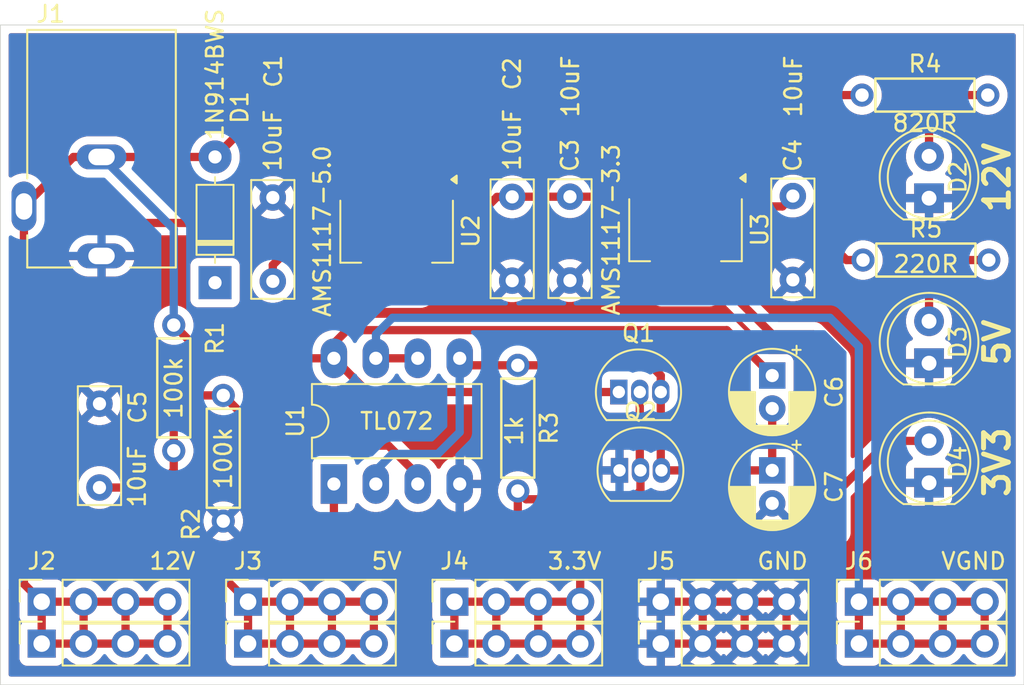
<source format=kicad_pcb>
(kicad_pcb (version 20241229) (generator "pcbnew") (generator_version "9.0")
  (layers (0 "F.Cu" signal) (2 "B.Cu" signal) (13 "F.Paste" user) (15 "B.Paste" user) (5 "F.SilkS" user "F.Silkscreen") (7 "B.SilkS" user "B.Silkscreen") (1 "F.Mask" user) (3 "B.Mask" user) (25 "Edge.Cuts" user))
  (net 0 "")
  (net 1 "12V")
  (net 2 "Net-(Q1-E)")
  (net 3 "GND")
  (net 4 "Net-(D1-K)")
  (net 5 "5V")
  (net 6 "3.3V")
  (net 7 "Net-(Q1-B)")
  (net 8 "VGND")
  (net 9 "Net-(U1A-+)")
  (net 10 "Net-(D2-A)")
  (net 11 "Net-(D3-A)")
  (footprint "PCM_4ms_Capacitor:C_Disc_P5.08mm" (layer "F.Cu") (at 26 45.5 -90)
    (property "Reference" "C5" (at -2.32 -2.31 90) (layer "F.SilkS") (effects (font (size 1.016 1.016) (thickness 0.1524))))
    (property "Value" "10uF" (at 1.87 -2.28 90) (layer "F.SilkS") (effects (font (size 1.016 1.016) (thickness 0.1524))))
    (pad "1" thru_hole circle (at -2.54 0 270) (size 1.6 1.6) (drill 0.8) (layers "*.Cu" "*.Mask") (net 3 "GND"))
    (pad "2" thru_hole circle (at 2.54 0 270) (size 1.6 1.6) (drill 0.8) (layers "*.Cu" "*.Mask") (net 9 "Net-(U1A-+)"))
  )
  (footprint "PCM_4ms_Resistor:R_Axial_DIN0207_L6.3mm_D2.5mm_P7.62mm_Horizontal" (layer "F.Cu") (at 30.5 42 -90)
    (property "Reference" "R1" (at -3 -2.5 90) (layer "F.SilkS") (effects (font (size 1.016 1.016) (thickness 0.1524))))
    (property "Value" "100k" (at 0 0 90) (layer "F.SilkS") (effects (font (size 1.016 1.016) (thickness 0.1524))))
    (pad "1" thru_hole circle (at -3.81 0 270) (size 1.397 1.397) (drill 0.8128) (layers "*.Cu" "*.Mask") (net 1 "12V"))
    (pad "2" thru_hole circle (at 3.81 0 270) (size 1.397 1.397) (drill 0.8128) (layers "*.Cu" "*.Mask") (net 9 "Net-(U1A-+)"))
  )
  (footprint "PCM_4ms_Capacitor:C_Disc_P5.08mm" (layer "F.Cu") (at 68 32.91 90)
    (property "Reference" "C4" (at 5 0 90) (layer "F.SilkS") (effects (font (size 1.016 1.016) (thickness 0.1524))))
    (property "Value" "10uF" (at 9.19 0.03 90) (layer "F.SilkS") (effects (font (size 1.016 1.016) (thickness 0.1524))))
    (pad "1" thru_hole circle (at -2.54 0 90) (size 1.6 1.6) (drill 0.8) (layers "*.Cu" "*.Mask") (net 3 "GND"))
    (pad "2" thru_hole circle (at 2.54 0 90) (size 1.6 1.6) (drill 0.8) (layers "*.Cu" "*.Mask") (net 6 "3.3V"))
  )
  (footprint "Connector_PinSocket_2.54mm:PinSocket_1x04_P2.54mm_Vertical" (layer "F.Cu") (at 60 54.96 90)
    (property "Reference" "J5" (at 2.46 0 180) (layer "F.SilkS"))
    (property "Value" "GND" (at 2.46 9 180) (layer "F.SilkS") (effects (justify right)))
    (pad "1" thru_hole rect (at 0 0 90) (size 1.7 1.7) (drill 1) (layers "*.Cu" "*.Mask") (net 3 "GND"))
    (pad "2" thru_hole circle (at 0 2.54 90) (size 1.7 1.7) (drill 1) (layers "*.Cu" "*.Mask") (net 3 "GND"))
    (pad "3" thru_hole circle (at 0 5.08 90) (size 1.7 1.7) (drill 1) (layers "*.Cu" "*.Mask") (net 3 "GND"))
    (pad "4" thru_hole circle (at 0 7.62 90) (size 1.7 1.7) (drill 1) (layers "*.Cu" "*.Mask") (net 3 "GND"))
  )
  (footprint "PJ-102A:CUI_PJ-102A" (layer "F.Cu") (at 26.125 31)
    (property "Reference" "J1" (at -3.082755 -11.664195 0) (layer "F.SilkS") (effects (font (size 1.002512 1.002512))))
    (property "Value" "PJ-102A")
    (pad "1" thru_hole oval (at 0 3) (size 3.016 1.508) (drill oval 1.6 1) (layers "*.Cu" "*.Mask") (net 3 "GND"))
    (pad "2" thru_hole oval (at 0 -3) (size 3.016 1.508) (drill oval 1.6 1) (layers "*.Cu" "*.Mask") (net 1 "12V"))
    (pad "3" thru_hole oval (at -4.7 0) (size 1.508 3.016) (drill oval 1 1.6) (layers "*.Cu" "*.Mask") (net 1 "12V"))
  )
  (footprint "Connector_PinSocket_2.54mm:PinSocket_1x04_P2.54mm_Vertical" (layer "F.Cu") (at 72 54.96 90)
    (property "Reference" "J6" (at 2.46 0 180) (layer "F.SilkS"))
    (property "Value" "VGND" (at 2.46 9 180) (layer "F.SilkS") (effects (justify right)))
    (pad "1" thru_hole rect (at 0 0 90) (size 1.7 1.7) (drill 1) (layers "*.Cu" "*.Mask") (net 8 "VGND"))
    (pad "2" thru_hole circle (at 0 2.54 90) (size 1.7 1.7) (drill 1) (layers "*.Cu" "*.Mask") (net 8 "VGND"))
    (pad "3" thru_hole circle (at 0 5.08 90) (size 1.7 1.7) (drill 1) (layers "*.Cu" "*.Mask") (net 8 "VGND"))
    (pad "4" thru_hole circle (at 0 7.62 90) (size 1.7 1.7) (drill 1) (layers "*.Cu" "*.Mask") (net 8 "VGND"))
  )
  (footprint "PCM_4ms_Capacitor:C_Disc_P5.08mm" (layer "F.Cu") (at 36.5 33 -90)
    (property "Reference" "C1" (at -10.19 -0.03 90) (layer "F.SilkS") (effects (font (size 1.016 1.016) (thickness 0.1524))))
    (property "Value" "10uF" (at -6 0 90) (layer "F.SilkS") (effects (font (size 1.016 1.016) (thickness 0.1524))))
    (pad "1" thru_hole circle (at -2.54 0 270) (size 1.6 1.6) (drill 0.8) (layers "*.Cu" "*.Mask") (net 3 "GND"))
    (pad "2" thru_hole circle (at 2.54 0 270) (size 1.6 1.6) (drill 0.8) (layers "*.Cu" "*.Mask") (net 4 "Net-(D1-K)"))
  )
  (footprint "Connector_PinSocket_2.54mm:PinSocket_1x04_P2.54mm_Vertical" (layer "F.Cu") (at 35 54.96 90)
    (property "Reference" "J3" (at 2.46 0 180) (layer "F.SilkS"))
    (property "Value" "5V" (at 2.46 9.4 180) (layer "F.SilkS") (effects (justify right)))
    (pad "1" thru_hole rect (at 0 0 90) (size 1.7 1.7) (drill 1) (layers "*.Cu" "*.Mask") (net 5 "5V"))
    (pad "2" thru_hole circle (at 0 2.54 90) (size 1.7 1.7) (drill 1) (layers "*.Cu" "*.Mask") (net 5 "5V"))
    (pad "3" thru_hole circle (at 0 5.08 90) (size 1.7 1.7) (drill 1) (layers "*.Cu" "*.Mask") (net 5 "5V"))
    (pad "4" thru_hole circle (at 0 7.62 90) (size 1.7 1.7) (drill 1) (layers "*.Cu" "*.Mask") (net 5 "5V"))
  )
  (footprint "LED_THT:LED_D5.0mm" (layer "F.Cu") (at 76.25 47.75 90)
    (property "Reference" "D4" (at 1.27 1.75 90) (layer "F.SilkS"))
    (property "Value" "LED")
    (pad "1" thru_hole rect (at 0 0 90) (size 1.8 1.8) (drill 0.9) (layers "*.Cu" "*.Mask") (net 3 "GND"))
    (pad "2" thru_hole circle (at 2.54 0 90) (size 1.8 1.8) (drill 0.9) (layers "*.Cu" "*.Mask") (net 6 "3.3V"))
  )
  (footprint "Package_TO_SOT_THT:TO-92L_Inline" (layer "F.Cu") (at 57.46 42.25)
    (property "Reference" "Q1" (at 1.19 -3.56 0) (layer "F.SilkS"))
    (property "Value" "BC547")
    (pad "1" thru_hole rect (at 0 0) (size 1.05 1.5) (drill 0.75) (layers "*.Cu" "*.Mask") (net 1 "12V"))
    (pad "2" thru_hole oval (at 1.27 0) (size 1.05 1.5) (drill 0.75) (layers "*.Cu" "*.Mask") (net 7 "Net-(Q1-B)"))
    (pad "3" thru_hole oval (at 2.54 0) (size 1.05 1.5) (drill 0.75) (layers "*.Cu" "*.Mask") (net 2 "Net-(Q1-E)"))
  )
  (footprint "PCM_4ms_Capacitor:C_Disc_P5.08mm" (layer "F.Cu") (at 51 32.96 90)
    (property "Reference" "C2" (at 10 0 90) (layer "F.SilkS") (effects (font (size 1.016 1.016) (thickness 0.1524))))
    (property "Value" "10uF" (at 6 0 90) (layer "F.SilkS") (effects (font (size 1.016 1.016) (thickness 0.1524))))
    (pad "1" thru_hole circle (at -2.54 0 90) (size 1.6 1.6) (drill 0.8) (layers "*.Cu" "*.Mask") (net 3 "GND"))
    (pad "2" thru_hole circle (at 2.54 0 90) (size 1.6 1.6) (drill 0.8) (layers "*.Cu" "*.Mask") (net 5 "5V"))
  )
  (footprint "Capacitor_THT:CP_Radial_D5.0mm_P2.00mm" (layer "F.Cu") (at 66.75 41.25 -90)
    (property "Reference" "C6" (at 1 -3.75 90) (layer "F.SilkS"))
    (property "Value" "100uF")
    (pad "1" thru_hole rect (at 0 0 270) (size 1.6 1.6) (drill 0.8) (layers "*.Cu" "*.Mask") (net 1 "12V"))
    (pad "2" thru_hole circle (at 2 0 270) (size 1.6 1.6) (drill 0.8) (layers "*.Cu" "*.Mask") (net 2 "Net-(Q1-E)"))
  )
  (footprint "Connector_PinSocket_2.54mm:PinSocket_1x04_P2.54mm_Vertical" (layer "F.Cu") (at 72 57.5 90)
    (property "Reference" "J6" (hide yes))
    (property "Value" "VGND" (hide yes))
    (pad "1" thru_hole rect (at 0 0 90) (size 1.7 1.7) (drill 1) (layers "*.Cu" "*.Mask") (net 8 "VGND"))
    (pad "2" thru_hole circle (at 0 2.54 90) (size 1.7 1.7) (drill 1) (layers "*.Cu" "*.Mask") (net 8 "VGND"))
    (pad "3" thru_hole circle (at 0 5.08 90) (size 1.7 1.7) (drill 1) (layers "*.Cu" "*.Mask") (net 8 "VGND"))
    (pad "4" thru_hole circle (at 0 7.62 90) (size 1.7 1.7) (drill 1) (layers "*.Cu" "*.Mask") (net 8 "VGND"))
  )
  (footprint "LED_THT:LED_D5.0mm" (layer "F.Cu") (at 76.25 30.5 90)
    (property "Reference" "D2" (at 1.275 1.75 90) (layer "F.SilkS"))
    (property "Value" "LED")
    (pad "1" thru_hole rect (at 0 0 90) (size 1.8 1.8) (drill 0.9) (layers "*.Cu" "*.Mask") (net 3 "GND"))
    (pad "2" thru_hole circle (at 2.54 0 90) (size 1.8 1.8) (drill 0.9) (layers "*.Cu" "*.Mask") (net 10 "Net-(D2-A)"))
  )
  (footprint "Connector_PinSocket_2.54mm:PinSocket_1x04_P2.54mm_Vertical" (layer "F.Cu") (at 35 57.5 90)
    (property "Reference" "J3" (hide yes))
    (property "Value" "5V" (hide yes))
    (pad "1" thru_hole rect (at 0 0 90) (size 1.7 1.7) (drill 1) (layers "*.Cu" "*.Mask") (net 5 "5V"))
    (pad "2" thru_hole circle (at 0 2.54 90) (size 1.7 1.7) (drill 1) (layers "*.Cu" "*.Mask") (net 5 "5V"))
    (pad "3" thru_hole circle (at 0 5.08 90) (size 1.7 1.7) (drill 1) (layers "*.Cu" "*.Mask") (net 5 "5V"))
    (pad "4" thru_hole circle (at 0 7.62 90) (size 1.7 1.7) (drill 1) (layers "*.Cu" "*.Mask") (net 5 "5V"))
  )
  (footprint "Package_TO_SOT_SMD:SOT-223-3_TabPin2" (layer "F.Cu") (at 44 32.5 -90)
    (property "Reference" "U2" (at 0 -4.5 90) (layer "F.SilkS"))
    (property "Value" "AMS1117-5.0" (at 0 4.5 90) (layer "F.SilkS"))
    (pad "1" smd roundrect (at -3.15 -2.3 270) (size 2 1.5) (layers "F.Cu" "F.Mask" "F.Paste") (net 3 "GND"))
    (pad "2" smd roundrect (at -3.15 0 270) (size 2 1.5) (layers "F.Cu" "F.Mask" "F.Paste") (net 5 "5V"))
    (pad "2" smd roundrect (at 3.15 0 270) (size 2 3.8) (layers "F.Cu" "F.Mask" "F.Paste") (net 5 "5V"))
    (pad "3" smd roundrect (at -3.15 2.3 270) (size 2 1.5) (layers "F.Cu" "F.Mask" "F.Paste") (net 4 "Net-(D1-K)"))
  )
  (footprint "Connector_PinSocket_2.54mm:PinSocket_1x04_P2.54mm_Vertical" (layer "F.Cu") (at 47.5 57.5 90)
    (property "Reference" "J4" (hide yes))
    (property "Value" "3.3V" (hide yes))
    (pad "1" thru_hole rect (at 0 0 90) (size 1.7 1.7) (drill 1) (layers "*.Cu" "*.Mask") (net 6 "3.3V"))
    (pad "2" thru_hole circle (at 0 2.54 90) (size 1.7 1.7) (drill 1) (layers "*.Cu" "*.Mask") (net 6 "3.3V"))
    (pad "3" thru_hole circle (at 0 5.08 90) (size 1.7 1.7) (drill 1) (layers "*.Cu" "*.Mask") (net 6 "3.3V"))
    (pad "4" thru_hole circle (at 0 7.62 90) (size 1.7 1.7) (drill 1) (layers "*.Cu" "*.Mask") (net 6 "3.3V"))
  )
  (footprint "PCM_4ms_Capacitor:C_Disc_P5.08mm" (layer "F.Cu") (at 54.5 32.95 90)
    (property "Reference" "C3" (at 5.04 0 90) (layer "F.SilkS") (effects (font (size 1.016 1.016) (thickness 0.1524))))
    (property "Value" "10uF" (at 9.23 0.03 90) (layer "F.SilkS") (effects (font (size 1.016 1.016) (thickness 0.1524))))
    (pad "1" thru_hole circle (at -2.54 0 90) (size 1.6 1.6) (drill 0.8) (layers "*.Cu" "*.Mask") (net 3 "GND"))
    (pad "2" thru_hole circle (at 2.54 0 90) (size 1.6 1.6) (drill 0.8) (layers "*.Cu" "*.Mask") (net 5 "5V"))
  )
  (footprint "DIYSynthMNL:D_4148_BigPads" (layer "F.Cu") (at 33 35.62 90)
    (property "Reference" "D1" (at 10.62 1.5 90) (layer "F.SilkS"))
    (property "Value" "1N914BWS" (at 12.62 0 90) (layer "F.SilkS"))
    (pad "1" thru_hole rect (at 0 0 90) (size 2 2) (drill 0.8) (layers "*.Cu" "*.Mask") (net 4 "Net-(D1-K)"))
    (pad "2" thru_hole oval (at 7.62 0 90) (size 2 2) (drill 0.8) (layers "*.Cu" "*.Mask") (net 1 "12V"))
  )
  (footprint "PCM_4ms_Resistor:R_Axial_DIN0207_L6.3mm_D2.5mm_P7.62mm_Horizontal" (layer "F.Cu") (at 33.5 46.265 -90)
    (property "Reference" "R2" (at 4 1.95 90) (layer "F.SilkS") (effects (font (size 1.016 1.016) (thickness 0.1524))))
    (property "Value" "100k" (at 0 0 90) (layer "F.SilkS") (effects (font (size 1.016 1.016) (thickness 0.1524))))
    (pad "1" thru_hole circle (at -3.81 0 270) (size 1.397 1.397) (drill 0.8128) (layers "*.Cu" "*.Mask") (net 9 "Net-(U1A-+)"))
    (pad "2" thru_hole circle (at 3.81 0 270) (size 1.397 1.397) (drill 0.8128) (layers "*.Cu" "*.Mask") (net 3 "GND"))
  )
  (footprint "LED_THT:LED_D5.0mm" (layer "F.Cu") (at 76.25 40.5 90)
    (property "Reference" "D3" (at 1.275 1.75 90) (layer "F.SilkS"))
    (property "Value" "LED")
    (pad "1" thru_hole rect (at 0 0 90) (size 1.8 1.8) (drill 0.9) (layers "*.Cu" "*.Mask") (net 3 "GND"))
    (pad "2" thru_hole circle (at 2.54 0 90) (size 1.8 1.8) (drill 0.9) (layers "*.Cu" "*.Mask") (net 11 "Net-(D3-A)"))
  )
  (footprint "PCM_4ms_Resistor:R_Axial_DIN0207_L6.3mm_D2.5mm_P7.62mm_Horizontal" (layer "F.Cu") (at 51.34 44.44 90)
    (property "Reference" "R3" (at 0 1.89 90) (layer "F.SilkS") (effects (font (size 1.016 1.016) (thickness 0.1524))))
    (property "Value" "1k" (at -0.15 -0.21 90) (layer "F.SilkS") (effects (font (size 1.016 1.016) (thickness 0.1524))))
    (pad "1" thru_hole circle (at -3.81 0 90) (size 1.397 1.397) (drill 0.8128) (layers "*.Cu" "*.Mask") (net 7 "Net-(Q1-B)"))
    (pad "2" thru_hole circle (at 3.81 0 90) (size 1.397 1.397) (drill 0.8128) (layers "*.Cu" "*.Mask") (net 2 "Net-(Q1-E)"))
  )
  (footprint "Connector_PinSocket_2.54mm:PinSocket_1x04_P2.54mm_Vertical" (layer "F.Cu") (at 60 57.5 90)
    (property "Reference" "J5" (hide yes))
    (property "Value" "GND" (hide yes))
    (pad "1" thru_hole rect (at 0 0 90) (size 1.7 1.7) (drill 1) (layers "*.Cu" "*.Mask") (net 3 "GND"))
    (pad "2" thru_hole circle (at 0 2.54 90) (size 1.7 1.7) (drill 1) (layers "*.Cu" "*.Mask") (net 3 "GND"))
    (pad "3" thru_hole circle (at 0 5.08 90) (size 1.7 1.7) (drill 1) (layers "*.Cu" "*.Mask") (net 3 "GND"))
    (pad "4" thru_hole circle (at 0 7.62 90) (size 1.7 1.7) (drill 1) (layers "*.Cu" "*.Mask") (net 3 "GND"))
  )
  (footprint "Connector_PinSocket_2.54mm:PinSocket_1x04_P2.54mm_Vertical" (layer "F.Cu") (at 22.5 54.96 90)
    (property "Reference" "J2" (at 2.46 0 180) (layer "F.SilkS"))
    (property "Value" "12V" (at 2.46 9.4 180) (layer "F.SilkS") (effects (justify right)))
    (pad "1" thru_hole rect (at 0 0 90) (size 1.7 1.7) (drill 1) (layers "*.Cu" "*.Mask") (net 1 "12V"))
    (pad "2" thru_hole circle (at 0 2.54 90) (size 1.7 1.7) (drill 1) (layers "*.Cu" "*.Mask") (net 1 "12V"))
    (pad "3" thru_hole circle (at 0 5.08 90) (size 1.7 1.7) (drill 1) (layers "*.Cu" "*.Mask") (net 1 "12V"))
    (pad "4" thru_hole circle (at 0 7.62 90) (size 1.7 1.7) (drill 1) (layers "*.Cu" "*.Mask") (net 1 "12V"))
  )
  (footprint "PCM_4ms_Resistor:R_Axial_DIN0207_L6.3mm_D2.5mm_P7.62mm_Horizontal" (layer "F.Cu") (at 76 24.25 180)
    (property "Reference" "R4" (at 0 1.89 0) (layer "F.SilkS") (effects (font (size 1.016 1.016) (thickness 0.1524))))
    (property "Value" "820R" (at 0 -1.71 0) (layer "F.SilkS") (effects (font (size 1.016 1.016) (thickness 0.1524))))
    (pad "1" thru_hole circle (at -3.81 0 180) (size 1.397 1.397) (drill 0.8128) (layers "*.Cu" "*.Mask") (net 10 "Net-(D2-A)"))
    (pad "2" thru_hole circle (at 3.81 0 180) (size 1.397 1.397) (drill 0.8128) (layers "*.Cu" "*.Mask") (net 1 "12V"))
  )
  (footprint "PCM_4ms_Resistor:R_Axial_DIN0207_L6.3mm_D2.5mm_P7.62mm_Horizontal" (layer "F.Cu") (at 76.06 34.25 180)
    (property "Reference" "R5" (at 0 1.89 0) (layer "F.SilkS") (effects (font (size 1.016 1.016) (thickness 0.1524))))
    (property "Value" "220R" (at 0 -0.25 0) (layer "F.SilkS") (effects (font (size 1.016 1.016) (thickness 0.1524))))
    (pad "1" thru_hole circle (at -3.81 0 180) (size 1.397 1.397) (drill 0.8128) (layers "*.Cu" "*.Mask") (net 11 "Net-(D3-A)"))
    (pad "2" thru_hole circle (at 3.81 0 180) (size 1.397 1.397) (drill 0.8128) (layers "*.Cu" "*.Mask") (net 5 "5V"))
  )
  (footprint "Package_TO_SOT_THT:TO-92_Inline" (layer "F.Cu") (at 57.5 47)
    (property "Reference" "Q2" (at 1.27 -3.56 0) (layer "F.SilkS"))
    (property "Value" "BC557")
    (pad "1" thru_hole rect (at 0 0) (size 1.05 1.5) (drill 0.75) (layers "*.Cu" "*.Mask") (net 3 "GND"))
    (pad "2" thru_hole oval (at 1.27 0) (size 1.05 1.5) (drill 0.75) (layers "*.Cu" "*.Mask") (net 7 "Net-(Q1-B)"))
    (pad "3" thru_hole oval (at 2.54 0) (size 1.05 1.5) (drill 0.75) (layers "*.Cu" "*.Mask") (net 2 "Net-(Q1-E)"))
  )
  (footprint "DIYSynthMNL:DIP-8_W7.62mm_LongPads" (layer "F.Cu") (at 40.2 47.825 90)
    (property "Reference" "U1" (at 3.81 -2.33 90) (layer "F.SilkS"))
    (property "Value" "TL072" (at 3.81 3.81 0) (layer "F.SilkS"))
    (pad "1" thru_hole rect (at 0 0 90) (size 2.4 1.6) (drill 0.8) (layers "*.Cu" "*.Mask") (net 7 "Net-(Q1-B)"))
    (pad "2" thru_hole oval (at 0 2.54 90) (size 2.4 1.6) (drill 0.8) (layers "*.Cu" "*.Mask") (net 2 "Net-(Q1-E)"))
    (pad "3" thru_hole oval (at 0 5.08 90) (size 2.4 1.6) (drill 0.8) (layers "*.Cu" "*.Mask") (net 9 "Net-(U1A-+)"))
    (pad "4" thru_hole oval (at 0 7.62 90) (size 2.4 1.6) (drill 0.8) (layers "*.Cu" "*.Mask") (net 3 "GND"))
    (pad "5" thru_hole oval (at 7.62 7.62 90) (size 2.4 1.6) (drill 0.8) (layers "*.Cu" "*.Mask") (net 2 "Net-(Q1-E)"))
    (pad "6" thru_hole oval (at 7.62 5.08 90) (size 2.4 1.6) (drill 0.8) (layers "*.Cu" "*.Mask") (net 8 "VGND"))
    (pad "7" thru_hole oval (at 7.62 2.54 90) (size 2.4 1.6) (drill 0.8) (layers "*.Cu" "*.Mask") (net 8 "VGND"))
    (pad "8" thru_hole oval (at 7.62 0 90) (size 2.4 1.6) (drill 0.8) (layers "*.Cu" "*.Mask") (net 1 "12V"))
  )
  (footprint "Connector_PinSocket_2.54mm:PinSocket_1x04_P2.54mm_Vertical" (layer "F.Cu") (at 47.5 54.96 90)
    (property "Reference" "J4" (at 2.46 0 180) (layer "F.SilkS"))
    (property "Value" "3.3V" (at 2.46 9 180) (layer "F.SilkS") (effects (justify right)))
    (pad "1" thru_hole rect (at 0 0 90) (size 1.7 1.7) (drill 1) (layers "*.Cu" "*.Mask") (net 6 "3.3V"))
    (pad "2" thru_hole circle (at 0 2.54 90) (size 1.7 1.7) (drill 1) (layers "*.Cu" "*.Mask") (net 6 "3.3V"))
    (pad "3" thru_hole circle (at 0 5.08 90) (size 1.7 1.7) (drill 1) (layers "*.Cu" "*.Mask") (net 6 "3.3V"))
    (pad "4" thru_hole circle (at 0 7.62 90) (size 1.7 1.7) (drill 1) (layers "*.Cu" "*.Mask") (net 6 "3.3V"))
  )
  (footprint "Package_TO_SOT_SMD:SOT-223-3_TabPin2" (layer "F.Cu") (at 61.5 32.41 -90)
    (property "Reference" "U3" (at 0 -4.5 90) (layer "F.SilkS"))
    (property "Value" "AMS1117-3.3" (at 0 4.5 90) (layer "F.SilkS"))
    (pad "1" smd roundrect (at -3.15 -2.3 270) (size 2 1.5) (layers "F.Cu" "F.Mask" "F.Paste") (net 3 "GND"))
    (pad "2" smd roundrect (at -3.15 0 270) (size 2 1.5) (layers "F.Cu" "F.Mask" "F.Paste") (net 6 "3.3V"))
    (pad "2" smd roundrect (at 3.15 0 270) (size 2 3.8) (layers "F.Cu" "F.Mask" "F.Paste") (net 6 "3.3V"))
    (pad "3" smd roundrect (at -3.15 2.3 270) (size 2 1.5) (layers "F.Cu" "F.Mask" "F.Paste") (net 5 "5V"))
  )
  (footprint "Capacitor_THT:CP_Radial_D5.0mm_P2.00mm" (layer "F.Cu") (at 66.75 47 -90)
    (property "Reference" "C7" (at 1 -3.75 90) (layer "F.SilkS"))
    (property "Value" "100uF")
    (pad "1" thru_hole rect (at 0 0 270) (size 1.6 1.6) (drill 0.8) (layers "*.Cu" "*.Mask") (net 2 "Net-(Q1-E)"))
    (pad "2" thru_hole circle (at 2 0 270) (size 1.6 1.6) (drill 0.8) (layers "*.Cu" "*.Mask") (net 3 "GND"))
  )
  (footprint "Connector_PinSocket_2.54mm:PinSocket_1x04_P2.54mm_Vertical" (layer "F.Cu") (at 22.5 57.5 90)
    (property "Reference" "J2" (hide yes))
    (property "Value" "12V" (hide yes))
    (pad "1" thru_hole rect (at 0 0 90) (size 1.7 1.7) (drill 1) (layers "*.Cu" "*.Mask") (net 1 "12V"))
    (pad "2" thru_hole circle (at 0 2.54 90) (size 1.7 1.7) (drill 1) (layers "*.Cu" "*.Mask") (net 1 "12V"))
    (pad "3" thru_hole circle (at 0 5.08 90) (size 1.7 1.7) (drill 1) (layers "*.Cu" "*.Mask") (net 1 "12V"))
    (pad "4" thru_hole circle (at 0 7.62 90) (size 1.7 1.7) (drill 1) (layers "*.Cu" "*.Mask") (net 1 "12V"))
  )
  (gr_rect (start 20 20) (end 82 60) (stroke (width 0.05)) (fill no) (layer "Edge.Cuts"))
  (gr_text "3V3" (at 81.25 46.5 90) (layer "F.SilkS") (effects (font (size 1.5 1.5) (thickness 0.3) (bold yes)) (justify bottom)))
  (gr_text "5V" (at 81.25 39.25 90) (layer "F.SilkS") (effects (font (size 1.5 1.5) (thickness 0.3) (bold yes)) (justify bottom)))
  (gr_text "12V" (at 81.25 29.25 90) (layer "F.SilkS") (effects (font (size 1.5 1.5) (thickness 0.3) (bold yes)) (justify bottom)))
  (segment (start 21.425 31) (end 21.425 53.885) (width 0.5) (layer "F.Cu") (net 1))
  (segment (start 24.425 28) (end 26.125 28) (width 0.5) (layer "F.Cu") (net 1))
  (segment (start 26.125 28) (end 33 28) (width 0.5) (layer "F.Cu") (net 1))
  (segment (start 32.515 40.205) (end 40.2 40.205) (width 0.5) (layer "F.Cu") (net 1))
  (segment (start 22.5 54.96) (end 30.12 54.96) (width 0.5) (layer "F.Cu") (net 1))
  (segment (start 72.19 24.25) (end 36.75 24.25) (width 0.5) (layer "F.Cu") (net 1))
  (segment (start 25.04 57.5) (end 25.04 54.96) (width 0.5) (layer "F.Cu") (net 1))
  (segment (start 21.425 31) (end 24.425 28) (width 0.5) (layer "F.Cu") (net 1))
  (segment (start 30.12 57.5) (end 30.12 54.96) (width 0.5) (layer "F.Cu") (net 1))
  (segment (start 57.46 42.25) (end 42.245 42.25) (width 0.5) (layer "F.Cu") (net 1))
  (segment (start 21.425 53.885) (end 22.5 54.96) (width 0.5) (layer "F.Cu") (net 1))
  (segment (start 30.5 38.19) (end 32.515 40.205) (width 0.5) (layer "F.Cu") (net 1))
  (segment (start 22.5 57.5) (end 22.5 54.96) (width 0.5) (layer "F.Cu") (net 1))
  (segment (start 27.58 57.5) (end 27.58 54.96) (width 0.5) (layer "F.Cu") (net 1))
  (segment (start 36.75 24.25) (end 33 28) (width 0.5) (layer "F.Cu") (net 1))
  (segment (start 64 38.5) (end 41 38.5) (width 0.5) (layer "F.Cu") (net 1))
  (segment (start 22.5 57.5) (end 30.12 57.5) (width 0.5) (layer "F.Cu") (net 1))
  (segment (start 41 38.5) (end 40.2 39.3) (width 0.5) (layer "F.Cu") (net 1))
  (segment (start 42.245 42.25) (end 40.2 40.205) (width 0.5) (layer "F.Cu") (net 1))
  (segment (start 40.2 39.3) (end 40.2 40.205) (width 0.5) (layer "F.Cu") (net 1))
  (segment (start 66.75 41.25) (end 64 38.5) (width 0.5) (layer "F.Cu") (net 1))
  (segment (start 30.5 38.19) (end 30.5 32.375) (width 0.5) (layer "B.Cu") (net 1))
  (segment (start 30.5 32.375) (end 26.125 28) (width 0.5) (layer "B.Cu") (net 1))
  (segment (start 48.245 40.63) (end 47.82 40.205) (width 0.5) (layer "F.Cu") (net 2))
  (segment (start 59.38 40.63) (end 51.34 40.63) (width 0.5) (layer "F.Cu") (net 2))
  (segment (start 66.75 43.25) (end 66.75 47) (width 0.5) (layer "F.Cu") (net 2))
  (segment (start 60 42.25) (end 60 46.96) (width 0.5) (layer "F.Cu") (net 2))
  (segment (start 60 42.25) (end 60 41.25) (width 0.5) (layer "F.Cu") (net 2))
  (segment (start 66.75 47) (end 60.04 47) (width 0.5) (layer "F.Cu") (net 2))
  (segment (start 51.34 40.63) (end 48.245 40.63) (width 0.5) (layer "F.Cu") (net 2))
  (segment (start 60 46.96) (end 60.04 47) (width 0.5) (layer "F.Cu") (net 2))
  (segment (start 60 41.25) (end 59.38 40.63) (width 0.5) (layer "F.Cu") (net 2))
  (segment (start 43.75 46) (end 46.5 46) (width 0.5) (layer "B.Cu") (net 2))
  (segment (start 42.74 47.825) (end 42.74 47.01) (width 0.5) (layer "B.Cu") (net 2))
  (segment (start 47.82 44.68) (end 47.82 40.205) (width 0.5) (layer "B.Cu") (net 2))
  (segment (start 42.74 47.01) (end 43.75 46) (width 0.5) (layer "B.Cu") (net 2))
  (segment (start 46.5 46) (end 47.82 44.68) (width 0.5) (layer "B.Cu") (net 2))
  (segment (start 60 54.96) (end 67.62 54.96) (width 0.5) (layer "F.Cu") (net 3))
  (segment (start 67.62 57.5) (end 60 57.5) (width 0.5) (layer "F.Cu") (net 3))
  (segment (start 60 57.5) (end 60 54.96) (width 0.5) (layer "F.Cu") (net 3))
  (segment (start 62.54 54.96) (end 62.54 57.5) (width 0.5) (layer "F.Cu") (net 3))
  (segment (start 65.08 54.96) (end 65.08 57.5) (width 0.5) (layer "F.Cu") (net 3))
  (segment (start 67.62 54.96) (end 67.62 57.5) (width 0.5) (layer "F.Cu") (net 3))
  (segment (start 36.5 34.55) (end 41.7 29.35) (width 0.5) (layer "F.Cu") (net 4))
  (segment (start 36.5 35.54) (end 36.5 34.55) (width 0.5) (layer "F.Cu") (net 4))
  (segment (start 37.54 54.96) (end 37.54 57.5) (width 0.5) (layer "F.Cu") (net 5))
  (segment (start 69.75 32.75) (end 46.9 32.75) (width 0.5) (layer "F.Cu") (net 5))
  (segment (start 43.5 27.5) (end 36.5 27.5) (width 0.5) (layer "F.Cu") (net 5))
  (segment (start 42.62 57.5) (end 35 57.5) (width 0.5) (layer "F.Cu") (net 5))
  (segment (start 44 31) (end 44 29.35) (width 0.5) (layer "F.Cu") (net 5))
  (segment (start 54.5 30.41) (end 58.05 30.41) (width 0.5) (layer "F.Cu") (net 5))
  (segment (start 54.5 30.41) (end 51.01 30.41) (width 0.5) (layer "F.Cu") (net 5))
  (segment (start 24.5 32) (end 22.5 34) (width 0.5) (layer "F.Cu") (net 5))
  (segment (start 44 28) (end 43.5 27.5) (width 0.5) (layer "F.Cu") (net 5))
  (segment (start 35 57.5) (end 35 54.96) (width 0.5) (layer "F.Cu") (net 5))
  (segment (start 32.04 52) (end 35 54.96) (width 0.5) (layer "F.Cu") (net 5))
  (segment (start 50.08 30.42) (end 49 31.5) (width 0.5) (layer "F.Cu") (net 5))
  (segment (start 49 31.5) (end 44.5 31.5) (width 0.5) (layer "F.Cu") (net 5))
  (segment (start 44.5 31.5) (end 44 31) (width 0.5) (layer "F.Cu") (net 5))
  (segment (start 32 32) (end 24.5 32) (width 0.5) (layer "F.Cu") (net 5))
  (segment (start 24.5 52) (end 32.04 52) (width 0.5) (layer "F.Cu") (net 5))
  (segment (start 42.62 54.96) (end 42.62 57.5) (width 0.5) (layer "F.Cu") (net 5))
  (segment (start 40.08 54.96) (end 40.08 57.5) (width 0.5) (layer "F.Cu") (net 5))
  (segment (start 51.01 30.41) (end 51 30.42) (width 0.5) (layer "F.Cu") (net 5))
  (segment (start 58.05 30.41) (end 59.2 29.26) (width 0.5) (layer "F.Cu") (net 5))
  (segment (start 22.5 34) (end 22.5 50) (width 0.5) (layer "F.Cu") (net 5))
  (segment (start 22.5 50) (end 24.5 52) (width 0.5) (layer "F.Cu") (net 5))
  (segment (start 35 54.96) (end 42.62 54.96) (width 0.5) (layer "F.Cu") (net 5))
  (segment (start 44 29.35) (end 44 28) (width 0.5) (layer "F.Cu") (net 5))
  (segment (start 51 30.42) (end 50.08 30.42) (width 0.5) (layer "F.Cu") (net 5))
  (segment (start 46.9 32.75) (end 44 35.65) (width 0.5) (layer "F.Cu") (net 5))
  (segment (start 36.5 27.5) (end 32 32) (width 0.5) (layer "F.Cu") (net 5))
  (segment (start 71.25 34.25) (end 69.75 32.75) (width 0.5) (layer "F.Cu") (net 5))
  (segment (start 72.25 34.25) (end 71.25 34.25) (width 0.5) (layer "F.Cu") (net 5))
  (segment (start 47.5 57.5) (end 47.5 54.96) (width 0.5) (layer "F.Cu") (net 6))
  (segment (start 70.75 40.25) (end 69.25 38.75) (width 0.5) (layer "F.Cu") (net 6))
  (segment (start 55.12 57.5) (end 47.5 57.5) (width 0.5) (layer "F.Cu") (net 6))
  (segment (start 63.56 35.56) (end 61.5 35.56) (width 0.5) (layer "F.Cu") (net 6))
  (segment (start 55.12 54.96) (end 55.12 53.13) (width 0.5) (layer "F.Cu") (net 6))
  (segment (start 61.5 29.26) (end 61.5 30.5) (width 0.5) (layer "F.Cu") (net 6))
  (segment (start 55.12 54.96) (end 55.12 57.5) (width 0.5) (layer "F.Cu") (net 6))
  (segment (start 69 52.5) (end 70.75 50.75) (width 0.5) (layer "F.Cu") (net 6))
  (segment (start 73.79 45.21) (end 70.75 48.25) (width 0.5) (layer "F.Cu") (net 6))
  (segment (start 52.58 57.5) (end 52.58 54.96) (width 0.5) (layer "F.Cu") (net 6))
  (segment (start 55.12 53.13) (end 55.75 52.5) (width 0.5) (layer "F.Cu") (net 6))
  (segment (start 61.5 30.5) (end 62 31) (width 0.5) (layer "F.Cu") (net 6))
  (segment (start 55.75 52.5) (end 69 52.5) (width 0.5) (layer "F.Cu") (net 6))
  (segment (start 66.75 38.75) (end 63.56 35.56) (width 0.5) (layer "F.Cu") (net 6))
  (segment (start 67.37 31) (end 68 30.37) (width 0.5) (layer "F.Cu") (net 6))
  (segment (start 47.5 54.96) (end 55.12 54.96) (width 0.5) (layer "F.Cu") (net 6))
  (segment (start 62 31) (end 67.37 31) (width 0.5) (layer "F.Cu") (net 6))
  (segment (start 69.25 38.75) (end 66.75 38.75) (width 0.5) (layer "F.Cu") (net 6))
  (segment (start 70.75 50.75) (end 70.75 40.25) (width 0.5) (layer "F.Cu") (net 6))
  (segment (start 70.75 48.25) (end 70.75 50.75) (width 0.5) (layer "F.Cu") (net 6))
  (segment (start 76.25 45.21) (end 73.79 45.21) (width 0.5) (layer "F.Cu") (net 6))
  (segment (start 50.04 54.96) (end 50.04 57.5) (width 0.5) (layer "F.Cu") (net 6))
  (segment (start 40.2 51.2) (end 41.5 52.5) (width 0.5) (layer "F.Cu") (net 7))
  (segment (start 40.2 47.825) (end 40.2 51.2) (width 0.5) (layer "F.Cu") (net 7))
  (segment (start 58.73 46.96) (end 58.77 47) (width 0.5) (layer "F.Cu") (net 7))
  (segment (start 58.77 48.23) (end 58.25 48.75) (width 0.5) (layer "F.Cu") (net 7))
  (segment (start 50 52.5) (end 51.34 51.16) (width 0.5) (layer "F.Cu") (net 7))
  (segment (start 51.84 48.75) (end 51.34 48.25) (width 0.5) (layer "F.Cu") (net 7))
  (segment (start 58.73 42.25) (end 58.73 46.96) (width 0.5) (layer "F.Cu") (net 7))
  (segment (start 51.34 51.16) (end 51.34 48.25) (width 0.5) (layer "F.Cu") (net 7))
  (segment (start 58.77 47) (end 58.77 48.23) (width 0.5) (layer "F.Cu") (net 7))
  (segment (start 41.5 52.5) (end 50 52.5) (width 0.5) (layer "F.Cu") (net 7))
  (segment (start 58.25 48.75) (end 51.84 48.75) (width 0.5) (layer "F.Cu") (net 7))
  (segment (start 74.54 54.96) (end 74.54 57.5) (width 0.5) (layer "F.Cu") (net 8))
  (segment (start 79.62 54.96) (end 79.62 57.5) (width 0.5) (layer "F.Cu") (net 8))
  (segment (start 79.62 57.5) (end 72 57.5) (width 0.5) (layer "F.Cu") (net 8))
  (segment (start 77.08 54.96) (end 77.08 57.5) (width 0.5) (layer "F.Cu") (net 8))
  (segment (start 72 54.96) (end 79.62 54.96) (width 0.5) (layer "F.Cu") (net 8))
  (segment (start 42.74 40.205) (end 45.28 40.205) (width 0.5) (layer "F.Cu") (net 8))
  (segment (start 72 54.96) (end 72 57.5) (width 0.5) (layer "F.Cu") (net 8))
  (segment (start 42.75 40.195) (end 42.75 38.75) (width 0.5) (layer "B.Cu") (net 8))
  (segment (start 70.25 37.75) (end 72 39.5) (width 0.5) (layer "B.Cu") (net 8))
  (segment (start 42.74 40.205) (end 42.75 40.195) (width 0.5) (layer "B.Cu") (net 8))
  (segment (start 42.75 38.75) (end 43.75 37.75) (width 0.5) (layer "B.Cu") (net 8))
  (segment (start 72 39.5) (end 72 54.96) (width 0.5) (layer "B.Cu") (net 8))
  (segment (start 43.75 37.75) (end 70.25 37.75) (width 0.5) (layer "B.Cu") (net 8))
  (segment (start 30.5 45.81) (end 30.5 47) (width 0.5) (layer "F.Cu") (net 9))
  (segment (start 30.5 47) (end 29.46 48.04) (width 0.5) (layer "F.Cu") (net 9))
  (segment (start 33.5 42.455) (end 36.545 45.5) (width 0.5) (layer "F.Cu") (net 9))
  (segment (start 36.545 45.5) (end 43.5 45.5) (width 0.5) (layer "F.Cu") (net 9))
  (segment (start 31.545 42.455) (end 33.5 42.455) (width 0.5) (layer "F.Cu") (net 9))
  (segment (start 45.28 47.28) (end 45.28 47.825) (width 0.5) (layer "F.Cu") (net 9))
  (segment (start 30.5 43.5) (end 31.545 42.455) (width 0.5) (layer "F.Cu") (net 9))
  (segment (start 43.5 45.5) (end 45.28 47.28) (width 0.5) (layer "F.Cu") (net 9))
  (segment (start 29.46 48.04) (end 26 48.04) (width 0.5) (layer "F.Cu") (net 9))
  (segment (start 30.5 45.81) (end 30.5 43.5) (width 0.5) (layer "F.Cu") (net 9))
  (segment (start 78 24.25) (end 79.81 24.25) (width 0.5) (layer "F.Cu") (net 10))
  (segment (start 76.25 26) (end 78 24.25) (width 0.5) (layer "F.Cu") (net 10))
  (segment (start 76.25 27.96) (end 76.25 26) (width 0.5) (layer "F.Cu") (net 10))
  (segment (start 76.25 37.96) (end 76.25 36.25) (width 0.5) (layer "F.Cu") (net 11))
  (segment (start 76.25 36.25) (end 78.25 34.25) (width 0.5) (layer "F.Cu") (net 11))
  (segment (start 78.25 34.25) (end 79.87 34.25) (width 0.5) (layer "F.Cu") (net 11))
  (zone (net 3) (net_name "GND") (layers "F.Cu" "B.Cu") (connect_pads (clearance 0.5)) (min_thickness 0.25) (fill yes (thermal_gap 0.5) (thermal_bridge_width 0.5))
    (polygon (pts (xy 20.25 20.25) (xy 81.75 20.25) (xy 81.75 59.75) (xy 20.25 59.75)))
  )
)
</source>
